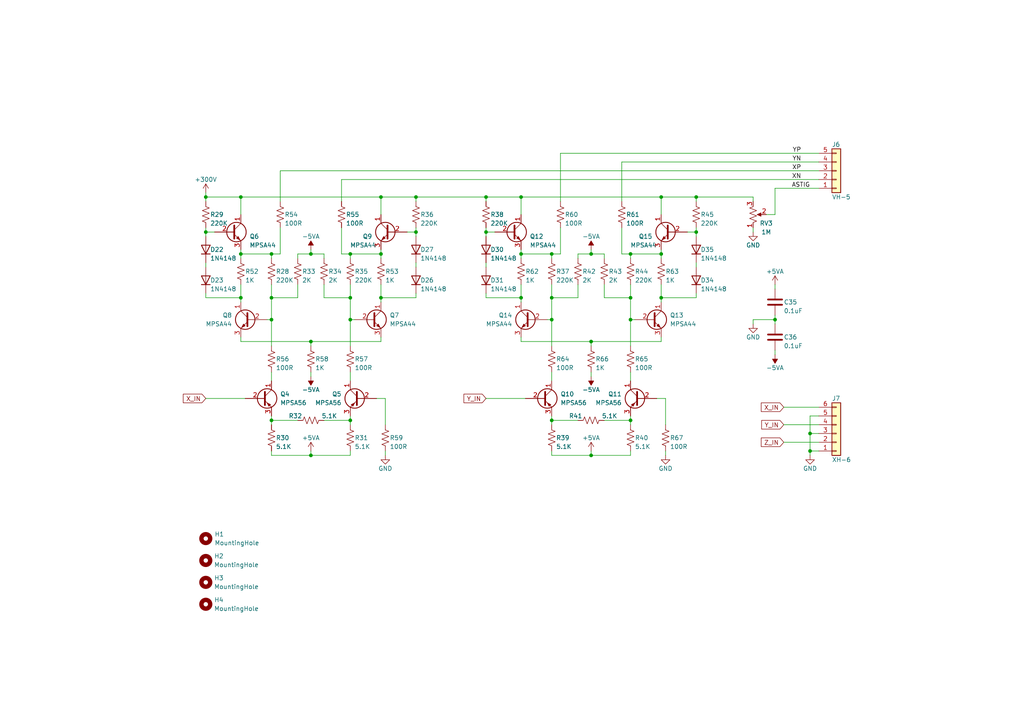
<source format=kicad_sch>
(kicad_sch (version 20211123) (generator eeschema)
  (paper "A4")
  (title_block (title "Deflection Amplifier") (date "2022-07-29") (rev "1.0"))
  (lib_symbols
    (symbol "Connector_Generic:Conn_01x05" (pin_names (offset 1.016) hide)
      (property "Reference" "J" (at 0 7.62 0))
      (property "Value" "Conn_01x05" (at 0 -7.62 0))
      (symbol "Conn_01x05_1_1"
        (rectangle (start -1.27 -4.953) (end 0 -5.207) (stroke (width 0.1524)))
        (rectangle (start -1.27 -2.413) (end 0 -2.667) (stroke (width 0.1524)))
        (rectangle (start -1.27 0.127) (end 0 -0.127) (stroke (width 0.1524)))
        (rectangle (start -1.27 2.667) (end 0 2.413) (stroke (width 0.1524)))
        (rectangle (start -1.27 5.207) (end 0 4.953) (stroke (width 0.1524)))
        (rectangle (start -1.27 6.35) (end 1.27 -6.35) (stroke (width 0.254)) (fill (type background)))
        (pin passive line (at -5.08 5.08 0) (length 3.81) (name "Pin_1") (number "1"))
        (pin passive line (at -5.08 2.54 0) (length 3.81) (name "Pin_2") (number "2"))
        (pin passive line (at -5.08 0 0) (length 3.81) (name "Pin_3") (number "3"))
        (pin passive line (at -5.08 -2.54 0) (length 3.81) (name "Pin_4") (number "4"))
        (pin passive line (at -5.08 -5.08 0) (length 3.81) (name "Pin_5") (number "5"))
      )
    )
    (symbol "Connector_Generic:Conn_01x06" (pin_names (offset 1.016) hide)
      (property "Reference" "J" (at 0 7.62 0))
      (property "Value" "Conn_01x06" (at 0 -10.16 0))
      (symbol "Conn_01x06_1_1"
        (rectangle (start -1.27 -7.493) (end 0 -7.747) (stroke (width 0.1524)))
        (rectangle (start -1.27 -4.953) (end 0 -5.207) (stroke (width 0.1524)))
        (rectangle (start -1.27 -2.413) (end 0 -2.667) (stroke (width 0.1524)))
        (rectangle (start -1.27 0.127) (end 0 -0.127) (stroke (width 0.1524)))
        (rectangle (start -1.27 2.667) (end 0 2.413) (stroke (width 0.1524)))
        (rectangle (start -1.27 5.207) (end 0 4.953) (stroke (width 0.1524)))
        (rectangle (start -1.27 6.35) (end 1.27 -8.89) (stroke (width 0.254)) (fill (type background)))
        (pin passive line (at -5.08 5.08 0) (length 3.81) (name "Pin_1") (number "1"))
        (pin passive line (at -5.08 2.54 0) (length 3.81) (name "Pin_2") (number "2"))
        (pin passive line (at -5.08 0 0) (length 3.81) (name "Pin_3") (number "3"))
        (pin passive line (at -5.08 -2.54 0) (length 3.81) (name "Pin_4") (number "4"))
        (pin passive line (at -5.08 -5.08 0) (length 3.81) (name "Pin_5") (number "5"))
        (pin passive line (at -5.08 -7.62 0) (length 3.81) (name "Pin_6") (number "6"))
      )
    )
    (symbol "Device:C" (pin_numbers hide) (pin_names (offset 0.254))
      (property "Reference" "C" (at 0.635 2.54 0))
      (property "Value" "C" (at 0.635 -2.54 0))
      (symbol "C_0_1"
        (polyline (pts (xy -2.032 -0.762) (xy 2.032 -0.762)) (stroke (width 0.508)))
        (polyline (pts (xy -2.032 0.762) (xy 2.032 0.762)) (stroke (width 0.508)))
      )
      (symbol "C_1_1"
        (pin passive line (at 0 3.81 270) (length 2.794) (name "~") (number "1"))
        (pin passive line (at 0 -3.81 90) (length 2.794) (name "~") (number "2"))
      )
    )
    (symbol "Device:Q_NPN_CBE" (pin_names (offset 0) hide)
      (property "Reference" "Q" (at 5.08 1.27 0))
      (property "Value" "Q_NPN_CBE" (at 5.08 -1.27 0))
      (symbol "Q_NPN_CBE_0_1"
        (polyline (pts (xy 0.635 0.635) (xy 2.54 2.54)))
        (polyline (pts (xy 0.635 -0.635) (xy 2.54 -2.54) (xy 2.54 -2.54)))
        (polyline (pts (xy 0.635 1.905) (xy 0.635 -1.905) (xy 0.635 -1.905)) (stroke (width 0.508)))
        (polyline (pts (xy 1.27 -1.778) (xy 1.778 -1.27) (xy 2.286 -2.286) (xy 1.27 -1.778) (xy 1.27 -1.778)) (fill (type outline)))
        (circle (center 1.27 0) (radius 2.8194) (stroke (width 0.254)))
      )
      (symbol "Q_NPN_CBE_1_1"
        (pin passive line (at 2.54 5.08 270) (length 2.54) (name "C") (number "1"))
        (pin input line (at -5.08 0 0) (length 5.715) (name "B") (number "2"))
        (pin passive line (at 2.54 -5.08 90) (length 2.54) (name "E") (number "3"))
      )
    )
    (symbol "Device:Q_PNP_CBE" (pin_names (offset 0) hide)
      (property "Reference" "Q" (at 5.08 1.27 0))
      (property "Value" "Q_PNP_CBE" (at 5.08 -1.27 0))
      (symbol "Q_PNP_CBE_0_1"
        (polyline (pts (xy 0.635 0.635) (xy 2.54 2.54)))
        (polyline (pts (xy 0.635 -0.635) (xy 2.54 -2.54) (xy 2.54 -2.54)))
        (polyline (pts (xy 0.635 1.905) (xy 0.635 -1.905) (xy 0.635 -1.905)) (stroke (width 0.508)))
        (polyline (pts (xy 2.286 -1.778) (xy 1.778 -2.286) (xy 1.27 -1.27) (xy 2.286 -1.778) (xy 2.286 -1.778)) (fill (type outline)))
        (circle (center 1.27 0) (radius 2.8194) (stroke (width 0.254)))
      )
      (symbol "Q_PNP_CBE_1_1"
        (pin passive line (at 2.54 5.08 270) (length 2.54) (name "C") (number "1"))
        (pin input line (at -5.08 0 0) (length 5.715) (name "B") (number "2"))
        (pin passive line (at 2.54 -5.08 90) (length 2.54) (name "E") (number "3"))
      )
    )
    (symbol "Device:R_Potentiometer_US" (pin_names (offset 1.016) hide)
      (property "Reference" "RV" (at -4.445 0 90))
      (property "Value" "R_Potentiometer_US" (at -2.54 0 90))
      (symbol "R_Potentiometer_US_0_1"
        (polyline (pts (xy 0 -2.286) (xy 0 -2.54)))
        (polyline (pts (xy 0 2.54) (xy 0 2.286)))
        (polyline (pts (xy 2.54 0) (xy 1.524 0)))
        (polyline (pts (xy 1.143 0) (xy 2.286 0.508) (xy 2.286 -0.508) (xy 1.143 0)) (fill (type outline)))
        (polyline (pts (xy 0 -0.762) (xy 1.016 -1.143) (xy 0 -1.524) (xy -1.016 -1.905) (xy 0 -2.286)))
        (polyline (pts (xy 0 0.762) (xy 1.016 0.381) (xy 0 0) (xy -1.016 -0.381) (xy 0 -0.762)))
        (polyline (pts (xy 0 2.286) (xy 1.016 1.905) (xy 0 1.524) (xy -1.016 1.143) (xy 0 0.762)))
      )
      (symbol "R_Potentiometer_US_1_1"
        (pin passive line (at 0 3.81 270) (length 1.27) (name "1") (number "1"))
        (pin passive line (at 3.81 0 180) (length 1.27) (name "2") (number "2"))
        (pin passive line (at 0 -3.81 90) (length 1.27) (name "3") (number "3"))
      )
    )
    (symbol "Device:R_US" (pin_numbers hide) (pin_names (offset 0))
      (property "Reference" "R" (at 2.54 0 90))
      (property "Value" "R_US" (at -2.54 0 90))
      (symbol "R_US_0_1"
        (polyline (pts (xy 0 -2.286) (xy 0 -2.54)))
        (polyline (pts (xy 0 2.286) (xy 0 2.54)))
        (polyline (pts (xy 0 -0.762) (xy 1.016 -1.143) (xy 0 -1.524) (xy -1.016 -1.905) (xy 0 -2.286)))
        (polyline (pts (xy 0 0.762) (xy 1.016 0.381) (xy 0 0) (xy -1.016 -0.381) (xy 0 -0.762)))
        (polyline (pts (xy 0 2.286) (xy 1.016 1.905) (xy 0 1.524) (xy -1.016 1.143) (xy 0 0.762)))
      )
      (symbol "R_US_1_1"
        (pin passive line (at 0 3.81 270) (length 1.27) (name "~") (number "1"))
        (pin passive line (at 0 -3.81 90) (length 1.27) (name "~") (number "2"))
      )
    )
    (symbol "Diode:1N4148" (pin_numbers hide) (pin_names (offset 1.016) hide)
      (property "Reference" "D" (at 0 2.54 0))
      (property "Value" "1N4148" (at 0 -2.54 0))
      (symbol "1N4148_0_1"
        (polyline (pts (xy -1.27 1.27) (xy -1.27 -1.27)) (stroke (width 0.254)))
        (polyline (pts (xy 1.27 0) (xy -1.27 0)))
        (polyline (pts (xy 1.27 1.27) (xy 1.27 -1.27) (xy -1.27 0) (xy 1.27 1.27)) (stroke (width 0.254)))
      )
      (symbol "1N4148_1_1"
        (pin passive line (at -3.81 0 0) (length 2.54) (name "K") (number "1"))
        (pin passive line (at 3.81 0 180) (length 2.54) (name "A") (number "2"))
      )
    )
    (symbol "Mechanical:MountingHole" (pin_names (offset 1.016))
      (property "Reference" "H" (at 0 5.08 0))
      (property "Value" "MountingHole" (at 0 3.175 0))
      (symbol "MountingHole_0_1"
        (circle (center 0 0) (radius 1.27) (stroke (width 1.27)))
      )
    )
    (symbol "power:+5VA" (power) (pin_names (offset 0))
      (property "Value" "+5VA" (at 0 3.556 0))
      (symbol "+5VA_0_1"
        (polyline (pts (xy -0.762 1.27) (xy 0 2.54)))
        (polyline (pts (xy 0 0) (xy 0 2.54)))
        (polyline (pts (xy 0 2.54) (xy 0.762 1.27)))
      )
      (symbol "+5VA_1_1"
        (pin power_in line (at 0 0 90) (length 0) hide (name "+5VA") (number "1"))
      )
    )
    (symbol "power:-5VA" (power) (pin_names (offset 0))
      (property "Value" "-5VA" (at 0 3.81 0))
      (symbol "-5VA_0_0"
        (pin power_in line (at 0 0 90) (length 0) hide (name "-5VA") (number "1"))
      )
      (symbol "-5VA_0_1"
        (polyline (pts (xy 0 0) (xy 0 1.27) (xy 0.762 1.27) (xy 0 2.54) (xy -0.762 1.27) (xy 0 1.27)) (fill (type outline)))
      )
    )
    (symbol "power:GND" (power) (pin_names (offset 0))
      (property "Value" "GND" (at 0 -3.81 0))
      (symbol "GND_0_1"
        (polyline (pts (xy 0 0) (xy 0 -1.27) (xy 1.27 -1.27) (xy 0 -2.54) (xy -1.27 -1.27) (xy 0 -1.27)))
      )
      (symbol "GND_1_1"
        (pin power_in line (at 0 0 270) (length 0) hide (name "GND") (number "1"))
      )
    )
    (symbol "sc_11_xyz:+300V" (power) (pin_numbers hide) (pin_names hide) (in_bom no) (on_board no)
      (property "Reference" "#PWR" (at 0 0 0))
      (property "Value" "+300V" (at 0 0 0))
      (symbol "+300V_0_1"
        (polyline (pts (xy 0 2.54) (xy -0.762 1.27)))
        (polyline (pts (xy 0 2.54) (xy 0.762 1.27)))
      )
      (symbol "+300V_1_1"
        (pin power_in line (at 0 0 90) (length 2.54) (name "+300V") (number "1"))
      )
    )
  )
  (junction (at 201.93 57.15))
  (junction (at 182.88 73.66))
  (junction (at 171.45 73.66))
  (junction (at 182.88 86.36))
  (junction (at 120.65 57.15))
  (junction (at 101.6 73.66))
  (junction (at 140.97 67.31))
  (junction (at 160.02 86.36))
  (junction (at 191.77 86.36))
  (junction (at 69.85 57.15))
  (junction (at 90.17 132.08))
  (junction (at 171.45 132.08))
  (junction (at 182.88 92.71))
  (junction (at 182.88 121.92))
  (junction (at 90.17 73.66))
  (junction (at 59.69 57.15))
  (junction (at 110.49 73.66))
  (junction (at 160.02 121.92))
  (junction (at 110.49 57.15))
  (junction (at 151.13 86.36))
  (junction (at 151.13 57.15))
  (junction (at 110.49 86.36))
  (junction (at 101.6 86.36))
  (junction (at 78.74 86.36))
  (junction (at 78.74 73.66))
  (junction (at 234.95 125.73))
  (junction (at 120.65 67.31))
  (junction (at 151.13 73.66))
  (junction (at 191.77 73.66))
  (junction (at 78.74 121.92))
  (junction (at 234.95 130.81))
  (junction (at 90.17 99.06))
  (junction (at 59.69 67.31))
  (junction (at 160.02 92.71))
  (junction (at 191.77 57.15))
  (junction (at 69.85 73.66))
  (junction (at 101.6 121.92))
  (junction (at 171.45 99.06))
  (junction (at 140.97 57.15))
  (junction (at 160.02 73.66))
  (junction (at 78.74 92.71))
  (junction (at 69.85 86.36))
  (junction (at 101.6 92.71))
  (junction (at 224.79 92.71))
  (junction (at 201.93 67.31))
  (wire (pts (xy 237.49 52.07) (xy 99.06 52.07)))
  (wire (pts (xy 120.65 57.15) (xy 120.65 58.42)))
  (wire (pts (xy 110.49 73.66) (xy 110.49 74.93)))
  (wire (pts (xy 182.88 121.92) (xy 182.88 123.19)))
  (wire (pts (xy 180.34 46.99) (xy 237.49 46.99)))
  (wire (pts (xy 62.23 67.31) (xy 59.69 67.31)))
  (wire (pts (xy 120.65 66.04) (xy 120.65 67.31)))
  (wire (pts (xy 151.13 86.36) (xy 151.13 82.55)))
  (wire (pts (xy 120.65 76.2) (xy 120.65 77.47)))
  (wire (pts (xy 171.45 109.22) (xy 171.45 107.95)))
  (wire (pts (xy 201.93 67.31) (xy 199.39 67.31)))
  (wire (pts (xy 120.65 67.31) (xy 118.11 67.31)))
  (wire (pts (xy 78.74 92.71) (xy 78.74 100.33)))
  (wire (pts (xy 224.79 54.61) (xy 237.49 54.61)))
  (wire (pts (xy 110.49 57.15) (xy 110.49 62.23)))
  (wire (pts (xy 86.36 73.66) (xy 90.17 73.66)))
  (wire (pts (xy 59.69 86.36) (xy 69.85 86.36)))
  (wire (pts (xy 193.04 115.57) (xy 193.04 123.19)))
  (wire (pts (xy 151.13 57.15) (xy 140.97 57.15)))
  (wire (pts (xy 160.02 86.36) (xy 160.02 92.71)))
  (wire (pts (xy 110.49 86.36) (xy 110.49 87.63)))
  (wire (pts (xy 110.49 99.06) (xy 110.49 97.79)))
  (wire (pts (xy 69.85 86.36) (xy 69.85 87.63)))
  (wire (pts (xy 109.22 115.57) (xy 111.76 115.57)))
  (wire (pts (xy 111.76 115.57) (xy 111.76 123.19)))
  (wire (pts (xy 151.13 57.15) (xy 191.77 57.15)))
  (wire (pts (xy 227.33 118.11) (xy 237.49 118.11)))
  (wire (pts (xy 171.45 72.39) (xy 171.45 73.66)))
  (wire (pts (xy 160.02 92.71) (xy 160.02 100.33)))
  (wire (pts (xy 171.45 99.06) (xy 191.77 99.06)))
  (wire (pts (xy 191.77 86.36) (xy 191.77 87.63)))
  (wire (pts (xy 86.36 86.36) (xy 78.74 86.36)))
  (wire (pts (xy 193.04 130.81) (xy 193.04 132.08)))
  (wire (pts (xy 162.56 73.66) (xy 160.02 73.66)))
  (wire (pts (xy 99.06 73.66) (xy 101.6 73.66)))
  (wire (pts (xy 69.85 62.23) (xy 69.85 57.15)))
  (wire (pts (xy 69.85 86.36) (xy 69.85 82.55)))
  (wire (pts (xy 59.69 67.31) (xy 59.69 68.58)))
  (wire (pts (xy 78.74 120.65) (xy 78.74 121.92)))
  (wire (pts (xy 175.26 82.55) (xy 175.26 86.36)))
  (wire (pts (xy 78.74 132.08) (xy 90.17 132.08)))
  (wire (pts (xy 69.85 57.15) (xy 59.69 57.15)))
  (wire (pts (xy 171.45 132.08) (xy 182.88 132.08)))
  (wire (pts (xy 101.6 73.66) (xy 110.49 73.66)))
  (wire (pts (xy 140.97 57.15) (xy 140.97 58.42)))
  (wire (pts (xy 101.6 74.93) (xy 101.6 73.66)))
  (wire (pts (xy 234.95 125.73) (xy 234.95 130.81)))
  (wire (pts (xy 182.88 86.36) (xy 182.88 82.55)))
  (wire (pts (xy 99.06 66.04) (xy 99.06 73.66)))
  (wire (pts (xy 140.97 85.09) (xy 140.97 86.36)))
  (wire (pts (xy 93.98 86.36) (xy 101.6 86.36)))
  (wire (pts (xy 167.64 74.93) (xy 167.64 73.66)))
  (wire (pts (xy 78.74 86.36) (xy 78.74 92.71)))
  (wire (pts (xy 167.64 86.36) (xy 160.02 86.36)))
  (wire (pts (xy 140.97 76.2) (xy 140.97 77.47)))
  (wire (pts (xy 110.49 72.39) (xy 110.49 73.66)))
  (wire (pts (xy 59.69 85.09) (xy 59.69 86.36)))
  (wire (pts (xy 191.77 82.55) (xy 191.77 86.36)))
  (wire (pts (xy 69.85 73.66) (xy 78.74 73.66)))
  (wire (pts (xy 140.97 115.57) (xy 152.4 115.57)))
  (wire (pts (xy 78.74 73.66) (xy 78.74 74.93)))
  (wire (pts (xy 191.77 57.15) (xy 201.93 57.15)))
  (wire (pts (xy 224.79 101.6) (xy 224.79 102.87)))
  (wire (pts (xy 59.69 67.31) (xy 59.69 66.04)))
  (wire (pts (xy 190.5 115.57) (xy 193.04 115.57)))
  (wire (pts (xy 90.17 72.39) (xy 90.17 73.66)))
  (wire (pts (xy 90.17 99.06) (xy 110.49 99.06)))
  (wire (pts (xy 93.98 121.92) (xy 101.6 121.92)))
  (wire (pts (xy 151.13 72.39) (xy 151.13 73.66)))
  (wire (pts (xy 182.88 107.95) (xy 182.88 110.49)))
  (wire (pts (xy 160.02 73.66) (xy 160.02 74.93)))
  (wire (pts (xy 234.95 120.65) (xy 237.49 120.65)))
  (wire (pts (xy 160.02 121.92) (xy 160.02 123.19)))
  (wire (pts (xy 151.13 86.36) (xy 151.13 87.63)))
  (wire (pts (xy 101.6 121.92) (xy 101.6 123.19)))
  (wire (pts (xy 201.93 57.15) (xy 201.93 58.42)))
  (wire (pts (xy 191.77 72.39) (xy 191.77 73.66)))
  (wire (pts (xy 90.17 109.22) (xy 90.17 107.95)))
  (wire (pts (xy 81.28 49.53) (xy 81.28 58.42)))
  (wire (pts (xy 93.98 73.66) (xy 93.98 74.93)))
  (wire (pts (xy 101.6 132.08) (xy 101.6 130.81)))
  (wire (pts (xy 102.87 92.71) (xy 101.6 92.71)))
  (wire (pts (xy 59.69 55.88) (xy 59.69 57.15)))
  (wire (pts (xy 182.88 92.71) (xy 182.88 100.33)))
  (wire (pts (xy 160.02 120.65) (xy 160.02 121.92)))
  (wire (pts (xy 201.93 86.36) (xy 201.93 85.09)))
  (wire (pts (xy 171.45 73.66) (xy 175.26 73.66)))
  (wire (pts (xy 160.02 107.95) (xy 160.02 110.49)))
  (wire (pts (xy 162.56 66.04) (xy 162.56 73.66)))
  (wire (pts (xy 180.34 66.04) (xy 180.34 73.66)))
  (wire (pts (xy 175.26 86.36) (xy 182.88 86.36)))
  (wire (pts (xy 151.13 99.06) (xy 171.45 99.06)))
  (wire (pts (xy 182.88 73.66) (xy 191.77 73.66)))
  (wire (pts (xy 222.25 62.23) (xy 224.79 62.23)))
  (wire (pts (xy 78.74 92.71) (xy 77.47 92.71)))
  (wire (pts (xy 201.93 76.2) (xy 201.93 77.47)))
  (wire (pts (xy 78.74 121.92) (xy 78.74 123.19)))
  (wire (pts (xy 191.77 73.66) (xy 191.77 74.93)))
  (wire (pts (xy 160.02 130.81) (xy 160.02 132.08)))
  (wire (pts (xy 224.79 91.44) (xy 224.79 92.71)))
  (wire (pts (xy 182.88 132.08) (xy 182.88 130.81)))
  (wire (pts (xy 69.85 73.66) (xy 69.85 74.93)))
  (wire (pts (xy 180.34 73.66) (xy 182.88 73.66)))
  (wire (pts (xy 184.15 92.71) (xy 182.88 92.71)))
  (wire (pts (xy 110.49 82.55) (xy 110.49 86.36)))
  (wire (pts (xy 224.79 82.55) (xy 224.79 83.82)))
  (wire (pts (xy 90.17 99.06) (xy 90.17 100.33)))
  (wire (pts (xy 234.95 130.81) (xy 234.95 132.08)))
  (wire (pts (xy 101.6 120.65) (xy 101.6 121.92)))
  (wire (pts (xy 69.85 97.79) (xy 69.85 99.06)))
  (wire (pts (xy 191.77 57.15) (xy 191.77 62.23)))
  (wire (pts (xy 81.28 49.53) (xy 237.49 49.53)))
  (wire (pts (xy 78.74 121.92) (xy 86.36 121.92)))
  (wire (pts (xy 90.17 130.81) (xy 90.17 132.08)))
  (wire (pts (xy 120.65 86.36) (xy 110.49 86.36)))
  (wire (pts (xy 140.97 67.31) (xy 140.97 68.58)))
  (wire (pts (xy 78.74 107.95) (xy 78.74 110.49)))
  (wire (pts (xy 160.02 82.55) (xy 160.02 86.36)))
  (wire (pts (xy 175.26 73.66) (xy 175.26 74.93)))
  (wire (pts (xy 162.56 44.45) (xy 162.56 58.42)))
  (wire (pts (xy 59.69 76.2) (xy 59.69 77.47)))
  (wire (pts (xy 175.26 121.92) (xy 182.88 121.92)))
  (wire (pts (xy 171.45 99.06) (xy 171.45 100.33)))
  (wire (pts (xy 140.97 86.36) (xy 151.13 86.36)))
  (wire (pts (xy 237.49 130.81) (xy 234.95 130.81)))
  (wire (pts (xy 167.64 73.66) (xy 171.45 73.66)))
  (wire (pts (xy 151.13 97.79) (xy 151.13 99.06)))
  (wire (pts (xy 120.65 67.31) (xy 120.65 68.58)))
  (wire (pts (xy 191.77 99.06) (xy 191.77 97.79)))
  (wire (pts (xy 143.51 67.31) (xy 140.97 67.31)))
  (wire (pts (xy 151.13 73.66) (xy 151.13 74.93)))
  (wire (pts (xy 182.88 92.71) (xy 182.88 86.36)))
  (wire (pts (xy 224.79 92.71) (xy 224.79 93.98)))
  (wire (pts (xy 201.93 66.04) (xy 201.93 67.31)))
  (wire (pts (xy 90.17 73.66) (xy 93.98 73.66)))
  (wire (pts (xy 237.49 44.45) (xy 162.56 44.45)))
  (wire (pts (xy 81.28 73.66) (xy 78.74 73.66)))
  (wire (pts (xy 227.33 128.27) (xy 237.49 128.27)))
  (wire (pts (xy 201.93 67.31) (xy 201.93 68.58)))
  (wire (pts (xy 160.02 121.92) (xy 167.64 121.92)))
  (wire (pts (xy 111.76 130.81) (xy 111.76 132.08)))
  (wire (pts (xy 140.97 67.31) (xy 140.97 66.04)))
  (wire (pts (xy 101.6 92.71) (xy 101.6 100.33)))
  (wire (pts (xy 101.6 107.95) (xy 101.6 110.49)))
  (wire (pts (xy 151.13 62.23) (xy 151.13 57.15)))
  (wire (pts (xy 120.65 86.36) (xy 120.65 85.09)))
  (wire (pts (xy 180.34 58.42) (xy 180.34 46.99)))
  (wire (pts (xy 182.88 74.93) (xy 182.88 73.66)))
  (wire (pts (xy 227.33 123.19) (xy 237.49 123.19)))
  (wire (pts (xy 93.98 82.55) (xy 93.98 86.36)))
  (wire (pts (xy 99.06 52.07) (xy 99.06 58.42)))
  (wire (pts (xy 218.44 57.15) (xy 218.44 58.42)))
  (wire (pts (xy 120.65 57.15) (xy 140.97 57.15)))
  (wire (pts (xy 69.85 72.39) (xy 69.85 73.66)))
  (wire (pts (xy 59.69 57.15) (xy 59.69 58.42)))
  (wire (pts (xy 110.49 57.15) (xy 120.65 57.15)))
  (wire (pts (xy 90.17 132.08) (xy 101.6 132.08)))
  (wire (pts (xy 78.74 130.81) (xy 78.74 132.08)))
  (wire (pts (xy 171.45 130.81) (xy 171.45 132.08)))
  (wire (pts (xy 86.36 82.55) (xy 86.36 86.36)))
  (wire (pts (xy 201.93 86.36) (xy 191.77 86.36)))
  (wire (pts (xy 234.95 120.65) (xy 234.95 125.73)))
  (wire (pts (xy 151.13 73.66) (xy 160.02 73.66)))
  (wire (pts (xy 218.44 92.71) (xy 218.44 93.98)))
  (wire (pts (xy 81.28 66.04) (xy 81.28 73.66)))
  (wire (pts (xy 78.74 82.55) (xy 78.74 86.36)))
  (wire (pts (xy 69.85 57.15) (xy 110.49 57.15)))
  (wire (pts (xy 218.44 92.71) (xy 224.79 92.71)))
  (wire (pts (xy 86.36 74.93) (xy 86.36 73.66)))
  (wire (pts (xy 101.6 92.71) (xy 101.6 86.36)))
  (wire (pts (xy 237.49 125.73) (xy 234.95 125.73)))
  (wire (pts (xy 101.6 86.36) (xy 101.6 82.55)))
  (wire (pts (xy 218.44 66.04) (xy 218.44 67.31)))
  (wire (pts (xy 160.02 92.71) (xy 158.75 92.71)))
  (wire (pts (xy 201.93 57.15) (xy 218.44 57.15)))
  (wire (pts (xy 167.64 82.55) (xy 167.64 86.36)))
  (wire (pts (xy 69.85 99.06) (xy 90.17 99.06)))
  (wire (pts (xy 59.69 115.57) (xy 71.12 115.57)))
  (wire (pts (xy 160.02 132.08) (xy 171.45 132.08)))
  (wire (pts (xy 182.88 120.65) (xy 182.88 121.92)))
  (wire (pts (xy 224.79 54.61) (xy 224.79 62.23)))
  (label "XP" (at 232.41 49.53 180))
  (label "XN" (at 232.41 52.07 180))
  (label "YN" (at 232.41 46.99 180))
  (label "ASTIG" (at 234.95 54.61 180))
  (label "YP" (at 232.41 44.45 180))
  (global_label "X_IN" (shape input) (at 227.33 118.11 180) (property "Intersheet References" "${INTERSHEET_REFS}" (effects hide)))
  (global_label "X_IN" (shape input) (at 59.69 115.57 180) (property "Intersheet References" "${INTERSHEET_REFS}" (effects hide)))
  (global_label "Z_IN" (shape input) (at 227.33 128.27 180) (property "Intersheet References" "${INTERSHEET_REFS}" (effects hide)))
  (global_label "Y_IN" (shape input) (at 227.33 123.19 180) (property "Intersheet References" "${INTERSHEET_REFS}" (effects hide)))
  (global_label "Y_IN" (shape input) (at 140.97 115.57 180) (property "Intersheet References" "${INTERSHEET_REFS}" (effects hide)))
  (symbol (lib_id "Device:R_US") (at 160.02 127 0) (unit 1)
    (property "Reference" "R39" (at 161.29 127 0) (effects (justify left)))
    (property "Value" "5.1K" (at 161.29 129.54 0) (effects (justify left)))
    (property "Footprint" "sc_11:RES-H10_16-D2_5L7_5" (effects hide))
  )
  (symbol (lib_id "Device:R_US") (at 160.02 78.74 0) (unit 1)
    (property "Reference" "R37" (at 161.29 78.74 0) (effects (justify left)))
    (property "Value" "220K" (at 161.29 81.28 0) (effects (justify left)))
    (property "Footprint" "sc_11:RES-H10_16-D2_5L7_5" (effects hide))
  )
  (symbol (lib_id "Device:R_US") (at 81.28 62.23 0) (unit 1)
    (property "Reference" "R54" (at 82.55 62.23 0) (effects (justify left)))
    (property "Value" "100R" (at 82.55 64.77 0) (effects (justify left)))
    (property "Footprint" "sc_11:RES-H10_16-D2_5L7_5" (effects hide))
  )
  (symbol (lib_id "Connector_Generic:Conn_01x06") (at 242.57 125.73 0) (mirror x) (unit 1)
    (property "Reference" "J7" (at 241.3 115.57 0) (effects (justify left)))
    (property "Value" "XH-6" (at 241.3 133.35 0) (effects (justify left)))
    (property "Footprint" "Connector_JST:JST_XH_B6B-XH-A_1x06_P2.50mm_Vertical" (effects hide))
  )
  (symbol (lib_id "Device:R_US") (at 171.45 104.14 0) (unit 1)
    (property "Reference" "R66" (at 172.72 104.14 0) (effects (justify left)))
    (property "Value" "1K" (at 172.72 106.68 0) (effects (justify left)))
    (property "Footprint" "sc_11:RES-H10_16-D2_5L7_5" (effects hide))
  )
  (symbol (lib_id "power:+5VA") (at 90.17 130.81 0) (unit 1)
    (property "Reference" "#PWR0145" (effects hide))
    (property "Value" "+5VA" (at 90.17 127 0))
  )
  (symbol (lib_id "Device:R_US") (at 182.88 127 0) (unit 1)
    (property "Reference" "R40" (at 184.15 127 0) (effects (justify left)))
    (property "Value" "5.1K" (at 184.15 129.54 0) (effects (justify left)))
    (property "Footprint" "sc_11:RES-H10_16-D2_5L7_5" (effects hide))
  )
  (symbol (lib_id "Device:Q_NPN_CBE") (at 113.03 67.31 0) (mirror y) (unit 1)
    (property "Reference" "Q9" (at 107.95 68.58 0) (effects (justify left)))
    (property "Value" "MPSA44" (at 109.22 71.12 0) (effects (justify left)))
    (property "Footprint" "sc_11:TO-92C" (effects hide))
  )
  (symbol (lib_id "Device:Q_NPN_CBE") (at 67.31 67.31 0) (unit 1)
    (property "Reference" "Q6" (at 72.39 68.58 0) (effects (justify left)))
    (property "Value" "MPSA44" (at 72.39 71.12 0) (effects (justify left)))
    (property "Footprint" "sc_11:TO-92C" (effects hide))
  )
  (symbol (lib_id "Device:R_US") (at 78.74 127 0) (unit 1)
    (property "Reference" "R30" (at 80.01 127 0) (effects (justify left)))
    (property "Value" "5.1K" (at 80.01 129.54 0) (effects (justify left)))
    (property "Footprint" "sc_11:RES-H10_16-D2_5L7_5" (effects hide))
  )
  (symbol (lib_id "Device:R_US") (at 101.6 127 0) (unit 1)
    (property "Reference" "R31" (at 102.87 127 0) (effects (justify left)))
    (property "Value" "5.1K" (at 102.87 129.54 0) (effects (justify left)))
    (property "Footprint" "sc_11:RES-H10_16-D2_5L7_5" (effects hide))
  )
  (symbol (lib_id "sc_11_xyz:+300V") (at 59.69 55.88 0) (unit 1) (in_bom no) (on_board no)
    (property "Reference" "#PWR0146" (effects hide))
    (property "Value" "+300V" (at 59.69 52.07 0))
  )
  (symbol (lib_id "Device:R_US") (at 86.36 78.74 0) (unit 1)
    (property "Reference" "R33" (at 87.63 78.74 0) (effects (justify left)))
    (property "Value" "2K" (at 87.63 81.28 0) (effects (justify left)))
    (property "Footprint" "sc_11:RES-H10_16-D2_5L7_5" (effects hide))
  )
  (symbol (lib_id "Device:R_US") (at 111.76 127 0) (unit 1)
    (property "Reference" "R59" (at 113.03 127 0) (effects (justify left)))
    (property "Value" "100R" (at 113.03 129.54 0) (effects (justify left)))
    (property "Footprint" "sc_11:RES-H10_16-D2_5L7_5" (effects hide))
  )
  (symbol (lib_id "Device:Q_PNP_CBE") (at 185.42 115.57 0) (mirror y) (unit 1)
    (property "Reference" "Q11" (at 180.34 114.3 0) (effects (justify left)))
    (property "Value" "MPSA56" (at 180.34 116.84 0) (effects (justify left)))
    (property "Footprint" "sc_11:TO-92C" (effects hide))
  )
  (symbol (lib_id "Device:C") (at 224.79 87.63 0) (unit 1)
    (property "Reference" "C35" (at 227.33 87.63 0) (effects (justify left)))
    (property "Value" "0.1uF" (at 227.33 90.17 0) (effects (justify left)))
    (property "Footprint" "sc_11:C_Rect_L5.5mm_W4.0mm_P5.00mm" (effects hide))
  )
  (symbol (lib_id "Device:Q_NPN_CBE") (at 72.39 92.71 0) (mirror y) (unit 1)
    (property "Reference" "Q8" (at 67.31 91.4399 0) (effects (justify left)))
    (property "Value" "MPSA44" (at 67.31 93.9799 0) (effects (justify left)))
    (property "Footprint" "sc_11:TO-92C" (effects hide))
  )
  (symbol (lib_id "Diode:1N4148") (at 59.69 81.28 270) (mirror x) (unit 1)
    (property "Reference" "D23" (at 60.96 81.28 90) (effects (justify left)))
    (property "Value" "1N4148" (at 60.96 83.82 90) (effects (justify left)))
    (property "Footprint" "sc_11:DO-35-H6_8" (effects hide))
    (property "Datasheet" "https://assets.nexperia.com/documents/data-sheet/1N4148_1N4448.pdf" (effects hide))
  )
  (symbol (lib_id "Device:Q_NPN_CBE") (at 194.31 67.31 0) (mirror y) (unit 1)
    (property "Reference" "Q15" (at 189.23 68.58 0) (effects (justify left)))
    (property "Value" "MPSA44" (at 190.5 71.12 0) (effects (justify left)))
    (property "Footprint" "sc_11:TO-92C" (effects hide))
  )
  (symbol (lib_id "Device:Q_NPN_CBE") (at 189.23 92.71 0) (unit 1)
    (property "Reference" "Q13" (at 194.31 91.4399 0) (effects (justify left)))
    (property "Value" "MPSA44" (at 194.31 93.9799 0) (effects (justify left)))
    (property "Footprint" "sc_11:TO-92C" (effects hide))
  )
  (symbol (lib_id "power:-5VA") (at 171.45 72.39 0) (unit 1)
    (property "Reference" "#PWR0141" (effects hide))
    (property "Value" "-5VA" (at 171.45 68.58 0))
  )
  (symbol (lib_id "Mechanical:MountingHole") (at 59.69 175.26 0) (unit 1)
    (property "Reference" "H4" (at 63.5 173.99 0))
    (property "Value" "MountingHole" (at 68.58 176.53 0))
    (property "Footprint" "MountingHole:MountingHole_3.2mm_M3" (effects hide))
  )
  (symbol (lib_id "Diode:1N4148") (at 140.97 72.39 270) (mirror x) (unit 1)
    (property "Reference" "D30" (at 142.24 72.39 90) (effects (justify left)))
    (property "Value" "1N4148" (at 142.24 74.93 90) (effects (justify left)))
    (property "Footprint" "sc_11:DO-35-H6_8" (effects hide))
    (property "Datasheet" "https://assets.nexperia.com/documents/data-sheet/1N4148_1N4448.pdf" (effects hide))
  )
  (symbol (lib_id "Device:R_US") (at 59.69 62.23 0) (unit 1)
    (property "Reference" "R29" (at 60.96 62.23 0) (effects (justify left)))
    (property "Value" "220K" (at 60.96 64.77 0) (effects (justify left)))
    (property "Footprint" "sc_11:RES-H10_16-D2_5L7_5" (effects hide))
  )
  (symbol (lib_id "power:GND") (at 218.44 67.31 0) (unit 1)
    (property "Reference" "#PWR0139" (effects hide))
    (property "Value" "GND" (at 218.44 71.12 0))
  )
  (symbol (lib_id "Device:R_US") (at 182.88 78.74 0) (unit 1)
    (property "Reference" "R44" (at 184.15 78.74 0) (effects (justify left)))
    (property "Value" "220K" (at 184.15 81.28 0) (effects (justify left)))
    (property "Footprint" "sc_11:RES-H10_16-D2_5L7_5" (effects hide))
  )
  (symbol (lib_id "Device:R_US") (at 78.74 104.14 0) (unit 1)
    (property "Reference" "R56" (at 80.01 104.14 0) (effects (justify left)))
    (property "Value" "100R" (at 80.01 106.68 0) (effects (justify left)))
    (property "Footprint" "sc_11:RES-H10_16-D2_5L7_5" (effects hide))
  )
  (symbol (lib_id "Device:R_US") (at 93.98 78.74 0) (unit 1)
    (property "Reference" "R34" (at 95.25 78.74 0) (effects (justify left)))
    (property "Value" "2K" (at 95.25 81.28 0) (effects (justify left)))
    (property "Footprint" "sc_11:RES-H10_16-D2_5L7_5" (effects hide))
  )
  (symbol (lib_id "Diode:1N4148") (at 120.65 72.39 270) (mirror x) (unit 1)
    (property "Reference" "D27" (at 121.92 72.39 90) (effects (justify left)))
    (property "Value" "1N4148" (at 121.92 74.93 90) (effects (justify left)))
    (property "Footprint" "sc_11:DO-35-H6_8" (effects hide))
    (property "Datasheet" "https://assets.nexperia.com/documents/data-sheet/1N4148_1N4448.pdf" (effects hide))
  )
  (symbol (lib_id "Diode:1N4148") (at 120.65 81.28 270) (mirror x) (unit 1)
    (property "Reference" "D26" (at 121.92 81.28 90) (effects (justify left)))
    (property "Value" "1N4148" (at 121.92 83.82 90) (effects (justify left)))
    (property "Footprint" "sc_11:DO-35-H6_8" (effects hide))
    (property "Datasheet" "https://assets.nexperia.com/documents/data-sheet/1N4148_1N4448.pdf" (effects hide))
  )
  (symbol (lib_id "Device:R_US") (at 78.74 78.74 0) (unit 1)
    (property "Reference" "R28" (at 80.01 78.74 0) (effects (justify left)))
    (property "Value" "220K" (at 80.01 81.28 0) (effects (justify left)))
    (property "Footprint" "sc_11:RES-H10_16-D2_5L7_5" (effects hide))
  )
  (symbol (lib_id "Device:R_US") (at 140.97 62.23 0) (unit 1)
    (property "Reference" "R38" (at 142.24 62.23 0) (effects (justify left)))
    (property "Value" "220K" (at 142.24 64.77 0) (effects (justify left)))
    (property "Footprint" "sc_11:RES-H10_16-D2_5L7_5" (effects hide))
  )
  (symbol (lib_id "Mechanical:MountingHole") (at 59.69 156.21 0) (unit 1)
    (property "Reference" "H1" (at 62.23 154.9399 0) (effects (justify left)))
    (property "Value" "MountingHole" (at 62.23 157.48 0) (effects (justify left)))
    (property "Footprint" "MountingHole:MountingHole_3.2mm_M3" (effects hide))
  )
  (symbol (lib_id "Mechanical:MountingHole") (at 59.69 168.91 0) (unit 1)
    (property "Reference" "H3" (at 63.5 167.64 0))
    (property "Value" "MountingHole" (at 68.58 170.18 0))
    (property "Footprint" "MountingHole:MountingHole_3.2mm_M3" (effects hide))
  )
  (symbol (lib_id "Device:R_US") (at 182.88 104.14 0) (unit 1)
    (property "Reference" "R65" (at 184.15 104.14 0) (effects (justify left)))
    (property "Value" "100R" (at 184.15 106.68 0) (effects (justify left)))
    (property "Footprint" "sc_11:RES-H10_16-D2_5L7_5" (effects hide))
  )
  (symbol (lib_id "Device:R_US") (at 160.02 104.14 0) (unit 1)
    (property "Reference" "R64" (at 161.29 104.14 0) (effects (justify left)))
    (property "Value" "100R" (at 161.29 106.68 0) (effects (justify left)))
    (property "Footprint" "sc_11:RES-H10_16-D2_5L7_5" (effects hide))
  )
  (symbol (lib_id "Device:Q_NPN_CBE") (at 148.59 67.31 0) (unit 1)
    (property "Reference" "Q12" (at 153.67 68.58 0) (effects (justify left)))
    (property "Value" "MPSA44" (at 153.67 71.12 0) (effects (justify left)))
    (property "Footprint" "sc_11:TO-92C" (effects hide))
  )
  (symbol (lib_id "power:GND") (at 218.44 93.98 0) (unit 1)
    (property "Reference" "#PWR0138" (effects hide))
    (property "Value" "GND" (at 218.44 97.79 0))
  )
  (symbol (lib_id "Device:R_US") (at 69.85 78.74 0) (unit 1)
    (property "Reference" "R52" (at 71.12 78.74 0) (effects (justify left)))
    (property "Value" "1K" (at 71.12 81.28 0) (effects (justify left)))
    (property "Footprint" "sc_11:RES-H10_16-D2_5L7_5" (effects hide))
  )
  (symbol (lib_id "Device:C") (at 224.79 97.79 0) (unit 1)
    (property "Reference" "C36" (at 227.33 97.79 0) (effects (justify left)))
    (property "Value" "0.1uF" (at 227.33 100.33 0) (effects (justify left)))
    (property "Footprint" "sc_11:C_Rect_L5.5mm_W4.0mm_P5.00mm" (effects hide))
  )
  (symbol (lib_id "power:GND") (at 111.76 132.08 0) (unit 1)
    (property "Reference" "#PWR0142" (effects hide))
    (property "Value" "GND" (at 111.76 135.89 0))
  )
  (symbol (lib_id "power:GND") (at 193.04 132.08 0) (unit 1)
    (property "Reference" "#PWR0136" (effects hide))
    (property "Value" "GND" (at 193.04 135.89 0))
  )
  (symbol (lib_id "Device:R_US") (at 171.45 121.92 90) (unit 1)
    (property "Reference" "R41" (at 168.91 120.65 90) (effects (justify left)))
    (property "Value" "5.1K" (at 179.07 120.65 90) (effects (justify left)))
    (property "Footprint" "sc_11:RES-H10_16-D2_5L7_5" (effects hide))
  )
  (symbol (lib_id "Diode:1N4148") (at 59.69 72.39 270) (mirror x) (unit 1)
    (property "Reference" "D22" (at 60.96 72.39 90) (effects (justify left)))
    (property "Value" "1N4148" (at 60.96 74.93 90) (effects (justify left)))
    (property "Footprint" "sc_11:DO-35-H6_8" (effects hide))
    (property "Datasheet" "https://assets.nexperia.com/documents/data-sheet/1N4148_1N4448.pdf" (effects hide))
  )
  (symbol (lib_id "Device:Q_PNP_CBE") (at 157.48 115.57 0) (unit 1)
    (property "Reference" "Q10" (at 162.56 114.2999 0) (effects (justify left)))
    (property "Value" "MPSA56" (at 162.56 116.8399 0) (effects (justify left)))
    (property "Footprint" "sc_11:TO-92C" (effects hide))
  )
  (symbol (lib_id "power:GND") (at 234.95 132.08 0) (unit 1)
    (property "Reference" "#PWR0137" (effects hide))
    (property "Value" "GND" (at 234.95 135.89 0))
  )
  (symbol (lib_id "Diode:1N4148") (at 140.97 81.28 270) (mirror x) (unit 1)
    (property "Reference" "D31" (at 142.24 81.28 90) (effects (justify left)))
    (property "Value" "1N4148" (at 142.24 83.82 90) (effects (justify left)))
    (property "Footprint" "sc_11:DO-35-H6_8" (effects hide))
    (property "Datasheet" "https://assets.nexperia.com/documents/data-sheet/1N4148_1N4448.pdf" (effects hide))
  )
  (symbol (lib_id "Device:R_US") (at 180.34 62.23 0) (unit 1)
    (property "Reference" "R61" (at 181.61 62.23 0) (effects (justify left)))
    (property "Value" "100R" (at 181.61 64.77 0) (effects (justify left)))
    (property "Footprint" "sc_11:RES-H10_16-D2_5L7_5" (effects hide))
  )
  (symbol (lib_id "Device:R_US") (at 120.65 62.23 0) (unit 1)
    (property "Reference" "R36" (at 121.92 62.23 0) (effects (justify left)))
    (property "Value" "220K" (at 121.92 64.77 0) (effects (justify left)))
    (property "Footprint" "sc_11:RES-H10_16-D2_5L7_5" (effects hide))
  )
  (symbol (lib_id "Device:R_US") (at 90.17 104.14 0) (unit 1)
    (property "Reference" "R58" (at 91.44 104.14 0) (effects (justify left)))
    (property "Value" "1K" (at 91.44 106.68 0) (effects (justify left)))
    (property "Footprint" "sc_11:RES-H10_16-D2_5L7_5" (effects hide))
  )
  (symbol (lib_id "Device:R_US") (at 201.93 62.23 0) (unit 1)
    (property "Reference" "R45" (at 203.2 62.23 0) (effects (justify left)))
    (property "Value" "220K" (at 203.2 64.77 0) (effects (justify left)))
    (property "Footprint" "sc_11:RES-H10_16-D2_5L7_5" (effects hide))
  )
  (symbol (lib_id "Diode:1N4148") (at 201.93 81.28 270) (mirror x) (unit 1)
    (property "Reference" "D34" (at 203.2 81.28 90) (effects (justify left)))
    (property "Value" "1N4148" (at 203.2 83.82 90) (effects (justify left)))
    (property "Footprint" "sc_11:DO-35-H6_8" (effects hide))
    (property "Datasheet" "https://assets.nexperia.com/documents/data-sheet/1N4148_1N4448.pdf" (effects hide))
  )
  (symbol (lib_id "Device:R_Potentiometer_US") (at 218.44 62.23 0) (mirror x) (unit 1)
    (property "Reference" "RV3" (at 222.25 64.77 0))
    (property "Value" "1M" (at 222.25 67.31 0))
    (property "Footprint" "sc_11:RP-3362S" (effects hide))
  )
  (symbol (lib_id "power:+5VA") (at 224.79 82.55 0) (unit 1)
    (property "Reference" "#PWR0140" (effects hide))
    (property "Value" "+5VA" (at 224.79 78.74 0))
  )
  (symbol (lib_id "Device:R_US") (at 110.49 78.74 0) (unit 1)
    (property "Reference" "R53" (at 111.76 78.74 0) (effects (justify left)))
    (property "Value" "1K" (at 111.76 81.28 0) (effects (justify left)))
    (property "Footprint" "sc_11:RES-H10_16-D2_5L7_5" (effects hide))
  )
  (symbol (lib_id "Mechanical:MountingHole") (at 59.69 162.56 0) (unit 1)
    (property "Reference" "H2" (at 63.5 161.29 0))
    (property "Value" "MountingHole" (at 68.58 163.83 0))
    (property "Footprint" "MountingHole:MountingHole_3.2mm_M3" (effects hide))
  )
  (symbol (lib_id "Diode:1N4148") (at 201.93 72.39 270) (mirror x) (unit 1)
    (property "Reference" "D35" (at 203.2 72.39 90) (effects (justify left)))
    (property "Value" "1N4148" (at 203.2 74.93 90) (effects (justify left)))
    (property "Footprint" "sc_11:DO-35-H6_8" (effects hide))
    (property "Datasheet" "https://assets.nexperia.com/documents/data-sheet/1N4148_1N4448.pdf" (effects hide))
  )
  (symbol (lib_id "power:-5VA") (at 171.45 109.22 0) (mirror x) (unit 1)
    (property "Reference" "#PWR0133" (effects hide))
    (property "Value" "-5VA" (at 171.45 113.03 0))
  )
  (symbol (lib_id "Device:Q_PNP_CBE") (at 104.14 115.57 0) (mirror y) (unit 1)
    (property "Reference" "Q5" (at 99.06 114.3 0) (effects (justify left)))
    (property "Value" "MPSA56" (at 99.06 116.84 0) (effects (justify left)))
    (property "Footprint" "sc_11:TO-92C" (effects hide))
  )
  (symbol (lib_id "Connector_Generic:Conn_01x05") (at 242.57 49.53 0) (mirror x) (unit 1)
    (property "Reference" "J6" (at 241.3 41.91 0) (effects (justify left)))
    (property "Value" "VH-5" (at 241.3 57.15 0) (effects (justify left)))
    (property "Footprint" "Connector_JST:JST_VH_B5P-VH_1x05_P3.96mm_Vertical" (effects hide))
  )
  (symbol (lib_id "Device:R_US") (at 191.77 78.74 0) (unit 1)
    (property "Reference" "R63" (at 193.04 78.74 0) (effects (justify left)))
    (property "Value" "1K" (at 193.04 81.28 0) (effects (justify left)))
    (property "Footprint" "sc_11:RES-H10_16-D2_5L7_5" (effects hide))
  )
  (symbol (lib_id "Device:R_US") (at 193.04 127 0) (unit 1)
    (property "Reference" "R67" (at 194.31 127 0) (effects (justify left)))
    (property "Value" "100R" (at 194.31 129.54 0) (effects (justify left)))
    (property "Footprint" "sc_11:RES-H10_16-D2_5L7_5" (effects hide))
  )
  (symbol (lib_id "power:+5VA") (at 171.45 130.81 0) (unit 1)
    (property "Reference" "#PWR0134" (effects hide))
    (property "Value" "+5VA" (at 171.45 127 0))
  )
  (symbol (lib_id "Device:Q_NPN_CBE") (at 107.95 92.71 0) (unit 1)
    (property "Reference" "Q7" (at 113.03 91.4399 0) (effects (justify left)))
    (property "Value" "MPSA44" (at 113.03 93.9799 0) (effects (justify left)))
    (property "Footprint" "sc_11:TO-92C" (effects hide))
  )
  (symbol (lib_id "Device:Q_NPN_CBE") (at 153.67 92.71 0) (mirror y) (unit 1)
    (property "Reference" "Q14" (at 148.59 91.4399 0) (effects (justify left)))
    (property "Value" "MPSA44" (at 148.59 93.9799 0) (effects (justify left)))
    (property "Footprint" "sc_11:TO-92C" (effects hide))
  )
  (symbol (lib_id "power:-5VA") (at 90.17 109.22 0) (mirror x) (unit 1)
    (property "Reference" "#PWR0144" (effects hide))
    (property "Value" "-5VA" (at 90.17 113.03 0))
  )
  (symbol (lib_id "Device:R_US") (at 162.56 62.23 0) (unit 1)
    (property "Reference" "R60" (at 163.83 62.23 0) (effects (justify left)))
    (property "Value" "100R" (at 163.83 64.77 0) (effects (justify left)))
    (property "Footprint" "sc_11:RES-H10_16-D2_5L7_5" (effects hide))
  )
  (symbol (lib_id "Device:Q_PNP_CBE") (at 76.2 115.57 0) (unit 1)
    (property "Reference" "Q4" (at 81.28 114.2999 0) (effects (justify left)))
    (property "Value" "MPSA56" (at 81.28 116.8399 0) (effects (justify left)))
    (property "Footprint" "sc_11:TO-92C" (effects hide))
  )
  (symbol (lib_id "Device:R_US") (at 99.06 62.23 0) (unit 1)
    (property "Reference" "R55" (at 100.33 62.23 0) (effects (justify left)))
    (property "Value" "100R" (at 100.33 64.77 0) (effects (justify left)))
    (property "Footprint" "sc_11:RES-H10_16-D2_5L7_5" (effects hide))
  )
  (symbol (lib_id "Device:R_US") (at 101.6 104.14 0) (unit 1)
    (property "Reference" "R57" (at 102.87 104.14 0) (effects (justify left)))
    (property "Value" "100R" (at 102.87 106.68 0) (effects (justify left)))
    (property "Footprint" "sc_11:RES-H10_16-D2_5L7_5" (effects hide))
  )
  (symbol (lib_id "Device:R_US") (at 175.26 78.74 0) (unit 1)
    (property "Reference" "R43" (at 176.53 78.74 0) (effects (justify left)))
    (property "Value" "2K" (at 176.53 81.28 0) (effects (justify left)))
    (property "Footprint" "sc_11:RES-H10_16-D2_5L7_5" (effects hide))
  )
  (symbol (lib_id "power:-5VA") (at 224.79 102.87 0) (mirror x) (unit 1)
    (property "Reference" "#PWR0135" (effects hide))
    (property "Value" "-5VA" (at 224.79 106.68 0))
  )
  (symbol (lib_id "Device:R_US") (at 151.13 78.74 0) (unit 1)
    (property "Reference" "R62" (at 152.4 78.74 0) (effects (justify left)))
    (property "Value" "1K" (at 152.4 81.28 0) (effects (justify left)))
    (property "Footprint" "sc_11:RES-H10_16-D2_5L7_5" (effects hide))
  )
  (symbol (lib_id "power:-5VA") (at 90.17 72.39 0) (unit 1)
    (property "Reference" "#PWR0143" (effects hide))
    (property "Value" "-5VA" (at 90.17 68.58 0))
  )
  (symbol (lib_id "Device:R_US") (at 101.6 78.74 0) (unit 1)
    (property "Reference" "R35" (at 102.87 78.74 0) (effects (justify left)))
    (property "Value" "220K" (at 102.87 81.28 0) (effects (justify left)))
    (property "Footprint" "sc_11:RES-H10_16-D2_5L7_5" (effects hide))
  )
  (symbol (lib_id "Device:R_US") (at 167.64 78.74 0) (unit 1)
    (property "Reference" "R42" (at 168.91 78.74 0) (effects (justify left)))
    (property "Value" "2K" (at 168.91 81.28 0) (effects (justify left)))
    (property "Footprint" "sc_11:RES-H10_16-D2_5L7_5" (effects hide))
  )
  (symbol (lib_id "Device:R_US") (at 90.17 121.92 90) (unit 1)
    (property "Reference" "R32" (at 87.63 120.65 90) (effects (justify left)))
    (property "Value" "5.1K" (at 97.79 120.65 90) (effects (justify left)))
    (property "Footprint" "sc_11:RES-H10_16-D2_5L7_5" (effects hide))
  )
)
</source>
